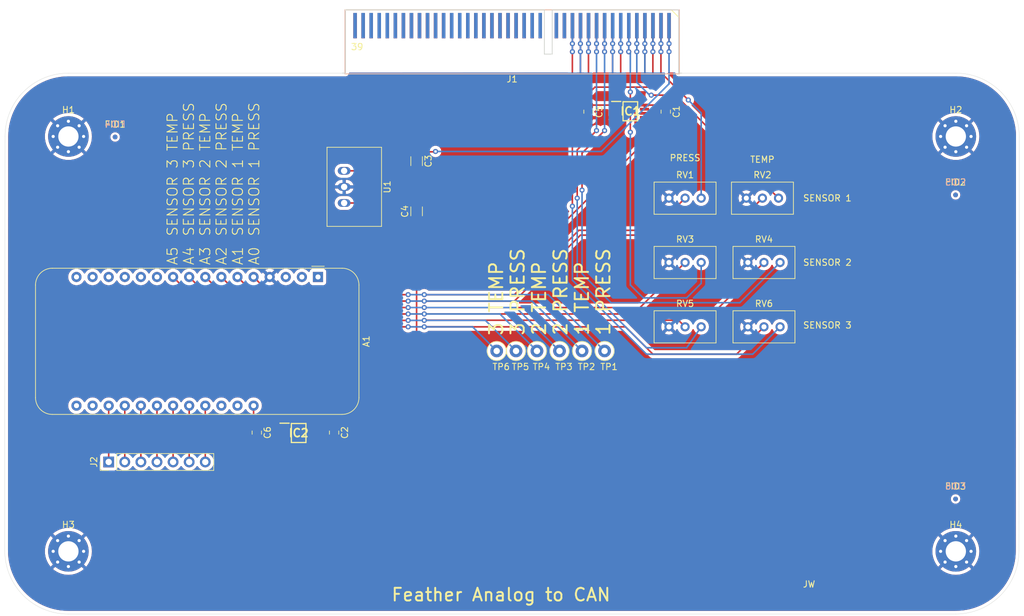
<source format=kicad_pcb>
(kicad_pcb (version 20211014) (generator pcbnew)
  (layers (0 "F.Cu" signal) (31 "B.Cu" signal) (34 "B.Paste" user) (35 "F.Paste" user) (36 "B.SilkS" user "B.Silkscreen") (37 "F.SilkS" user "F.Silkscreen") (38 "B.Mask" user) (39 "F.Mask" user) (44 "Edge.Cuts" user))
  (net 0 "")
  (net 4 "GND")
  (net 5 "Net-(A1-Pad5)")
  (net 6 "Net-(A1-Pad6)")
  (net 7 "Net-(A1-Pad7)")
  (net 8 "Net-(A1-Pad8)")
  (net 9 "Net-(A1-Pad9)")
  (net 10 "Net-(A1-Pad10)")
  (net 19 "Net-(A1-Pad19)")
  (net 20 "Net-(A1-Pad20)")
  (net 21 "Net-(A1-Pad21)")
  (net 22 "Net-(A1-Pad22)")
  (net 23 "Net-(A1-Pad23)")
  (net 24 "Net-(A1-Pad24)")
  (net 25 "Net-(A1-Pad25)")
  (net 28 "+3V3")
  (net 29 "+12V")
  (net 30 "+24V")
  (net 31 "+5V")
  (net 36 "/Connector/Sensor_1_Pressure")
  (net 37 "/Connector/Sensor_1_Temp")
  (net 38 "/Connector/Sensor_2_Pressure")
  (net 39 "/Connector/Sensor_2_Temp")
  (net 40 "/Connector/Sensor_3_Pressure")
  (net 41 "/Connector/Sensor_3_Temp")
  (footprint "Capacitor_SMD:C_0805_2012Metric" (layer "F.Cu") (at 175.006 70.17 -90)
    (fp_text reference "C1")
    (fp_text value "1uF")
  )
  (footprint "Fiducial:Fiducial_0.75mm_Mask1.5mm" (layer "F.Cu") (at 220.726 83.312)
    (fp_text reference "FID2")
    (fp_text value "Fiducial")
  )
  (footprint "MountingHole:MountingHole_3.2mm_M3_Pad_Via" (layer "F.Cu") (at 80.766932 74.085932)
    (fp_text reference "H1")
    (fp_text value "MountingHole_Pad")
  )
  (footprint "Capacitor_SMD:C_0805_2012Metric" (layer "F.Cu") (at 122.682 120.838 -90)
    (fp_text reference "C2")
    (fp_text value "1uF")
  )
  (footprint "UniSA_Motorsport_Resistor:Potentiometer_Bourns_3296W_Vertical" (layer "F.Cu") (at 180.594 104.14)
    (fp_text reference "RV5")
    (fp_text value "3296W")
  )
  (footprint "Fiducial:Fiducial_0.75mm_Mask1.5mm" (layer "F.Cu") (at 88.138 74.168)
    (fp_text reference "FID1")
    (fp_text value "Fiducial")
  )
  (footprint "TestPoint:TestPoint_Loop_D2.50mm_Drill1.0mm" (layer "F.Cu") (at 148.336 107.95)
    (fp_text reference "TP6")
    (fp_text value "TestPoint")
  )
  (footprint "UniSA_Motorsport_Resistor:Potentiometer_Bourns_3296W_Vertical" (layer "F.Cu") (at 193.04 93.98)
    (fp_text reference "RV4")
    (fp_text value "3296W")
  )
  (footprint "UniSA_Motorsport_Connector:Samtec_MECF-40-0_-L-DV_2x40_P1.27mm_Polarized_Edge" (layer "F.Cu") (at 150.766932 59.085932 180)
    (fp_text reference "J1")
    (fp_text value "Conn_01x39")
    (fp_line (start -5.085 5) (end 26.275 5) (layer "Edge.Cuts") (width 0.12))
    (fp_line (start 26.75 -5) (end 26.275 -5) (layer "Edge.Cuts") (width 0.12))
    (fp_line (start 26.275 5) (end 26.275 -5) (layer "Edge.Cuts") (width 0.12))
    (fp_line (start -26.75 -5) (end -26.275 -5) (layer "Edge.Cuts") (width 0.12))
    (fp_line (start -5.085 5) (end -5.085 -2) (layer "Edge.Cuts") (width 0.12))
    (fp_line (start -6.325 5) (end -6.325 -2) (layer "Edge.Cuts") (width 0.12))
    (fp_line (start -6.325 -2) (end -5.085 -2) (layer "Edge.Cuts") (width 0.12))
    (fp_line (start -26.275 5) (end -6.325 5) (layer "Edge.Cuts") (width 0.12))
    (fp_line (start -26.275 5) (end -26.275 -5) (layer "Edge.Cuts") (width 0.12))
  )
  (footprint "Capacitor_SMD:C_1206_3216Metric" (layer "F.Cu") (at 135.696932 85.904932 90)
    (fp_text reference "C4")
    (fp_text value "22uf 25V")
  )
  (footprint "Connector_PinHeader_2.54mm:PinHeader_1x07_P2.54mm_Vertical" (layer "F.Cu") (at 87.122 125.476 90)
    (fp_text reference "J2")
    (fp_text value "Conn_01x07")
  )
  (footprint "UniSA_Motorsport_Resistor:Potentiometer_Bourns_3296W_Vertical" (layer "F.Cu") (at 180.594 83.82)
    (fp_text reference "RV1")
    (fp_text value "3296W")
  )
  (footprint "UniSA_Motorsport_Resistor:Potentiometer_Bourns_3296W_Vertical" (layer "F.Cu") (at 180.594 93.98)
    (fp_text reference "RV3")
    (fp_text value "3296W")
  )
  (footprint "Capacitor_SMD:C_1206_3216Metric" (layer "F.Cu") (at 135.696932 77.981932 -90)
    (fp_text reference "C3")
    (fp_text value "10uf 50V")
  )
  (footprint "MountingHole:MountingHole_3.2mm_M3_Pad_Via" (layer "F.Cu") (at 220.766932 139.585932)
    (fp_text reference "H4")
    (fp_text value "MountingHole_Pad")
  )
  (footprint "MountingHole:MountingHole_3.2mm_M3_Pad_Via" (layer "F.Cu") (at 80.766932 139.585932)
    (fp_text reference "H3")
    (fp_text value "MountingHole_Pad")
  )
  (footprint "MountingHole:MountingHole_3.2mm_M3_Pad_Via" (layer "F.Cu") (at 220.766932 74.085932)
    (fp_text reference "H2")
    (fp_text value "MountingHole_Pad")
  )
  (footprint "footprints:SOP65P490X110-8N" (layer "F.Cu") (at 169.418 70.104)
    (fp_text reference "IC1")
    (fp_text value "ADP3335ARMZ-5-R7" hide)
  )
  (footprint "UniSA_Motorsport_Resistor:Potentiometer_Bourns_3296W_Vertical" (layer "F.Cu") (at 193.04 104.14)
    (fp_text reference "RV6")
    (fp_text value "3296W")
  )
  (footprint "Capacitor_SMD:C_0805_2012Metric" (layer "F.Cu") (at 162.814 70.17 -90)
    (fp_text reference "C5")
    (fp_text value "1uF")
  )
  (footprint "Capacitor_SMD:C_0805_2012Metric" (layer "F.Cu") (at 110.49 120.838 -90)
    (fp_text reference "C6")
    (fp_text value "1uF")
  )
  (footprint "UniSA_Motorsport_Resistor:Potentiometer_Bourns_3296W_Vertical" (layer "F.Cu") (at 192.796 83.82)
    (fp_text reference "RV2")
    (fp_text value "3296W")
  )
  (footprint "Module:Adafruit_Feather" (layer "F.Cu") (at 120.142 96.266 -90)
    (fp_text reference "A1")
    (fp_text value "Adafruit_Feather_Generic")
  )
  (footprint "TestPoint:TestPoint_Loop_D2.50mm_Drill1.0mm" (layer "F.Cu") (at 161.798 107.95)
    (fp_text reference "TP2")
    (fp_text value "TestPoint")
  )
  (footprint "TestPoint:TestPoint_Loop_D2.50mm_Drill1.0mm" (layer "F.Cu") (at 151.384 107.95)
    (fp_text reference "TP5")
    (fp_text value "TestPoint")
  )
  (footprint "TestPoint:TestPoint_Loop_D2.50mm_Drill1.0mm" (layer "F.Cu") (at 154.686 107.95)
    (fp_text reference "TP4")
    (fp_text value "TestPoint")
  )
  (footprint "TestPoint:TestPoint_Loop_D2.50mm_Drill1.0mm" (layer "F.Cu") (at 158.242 107.95)
    (fp_text reference "TP3")
    (fp_text value "TestPoint")
  )
  (footprint "UniSA KiCAD Libraries:VX78012-500" (layer "F.Cu") (at 124.266932 82.045932 90)
    (fp_text reference "U1")
    (fp_text value "VX78012-500")
  )
  (footprint "footprints:SOP65P490X110-8N" (layer "F.Cu") (at 117.094 120.904)
    (fp_text reference "IC2")
    (fp_text value "ADP3335ARMZ-3.3-RL" hide)
  )
  (footprint "Fiducial:Fiducial_0.75mm_Mask1.5mm" (layer "F.Cu") (at 220.726 131.318)
    (fp_text reference "FID3")
    (fp_text value "Fiducial")
  )
  (footprint "TestPoint:TestPoint_Loop_D2.50mm_Drill1.0mm" (layer "F.Cu") (at 165.354 107.95)
    (fp_text reference "TP1")
    (fp_text value "TestPoint")
  )
  (footprint "Fiducial:Fiducial_0.75mm_Mask1.5mm" (layer "B.Cu") (at 220.726 131.318 180)
    (fp_text reference "FID6")
    (fp_text value "Fiducial")
  )
  (footprint "Fiducial:Fiducial_0.75mm_Mask1.5mm" (layer "B.Cu") (at 88.138 74.168 180)
    (fp_text reference "FID4")
    (fp_text value "Fiducial")
  )
  (footprint "Fiducial:Fiducial_0.75mm_Mask1.5mm" (layer "B.Cu") (at 220.726 83.312 180)
    (fp_text reference "FID5")
    (fp_text value "Fiducial")
  )
  (gr_line (start 220.766932 64.085932) (end 177.516932 64.085932) (layer "Edge.Cuts") (width 0.05))
  (gr_arc (start 220.766932 64.085932) (mid 227.838 67.014864) (end 230.766932 74.085932) (layer "Edge.Cuts") (width 0.05))
  (gr_arc (start 70.766932 74.085932) (mid 73.695864 67.014864) (end 80.766932 64.085932) (layer "Edge.Cuts") (width 0.05))
  (gr_arc (start 230.729068 139.485932) (mid 227.800136 146.557) (end 220.729068 149.485932) (layer "Edge.Cuts") (width 0.05))
  (gr_line (start 80.766932 64.085932) (end 124.016932 64.085932) (layer "Edge.Cuts") (width 0.05))
  (gr_line (start 80.729068 149.485932) (end 220.729068 149.485932) (layer "Edge.Cuts") (width 0.05))
  (gr_line (start 230.729068 139.485932) (end 230.766932 74.085932) (layer "Edge.Cuts") (width 0.05))
  (gr_line (start 70.766932 74.085932) (end 70.729068 139.485932) (layer "Edge.Cuts") (width 0.05))
  (gr_arc (start 80.729068 149.485932) (mid 73.658 146.557) (end 70.729068 139.485932) (layer "Edge.Cuts") (width 0.05))
  (gr_text "JW" (at 197.612 144.78) (layer "F.SilkS") (effects (font (size 1 1))))
  (gr_text "PRESS" (at 178.054 77.47) (layer "F.SilkS") (effects (font (size 1 1))))
  (gr_text "TEMP\n" (at 190.246 77.724) (layer "F.SilkS") (effects (font (size 1 1))))
  (gr_text "3 TEMP\n3 PRESS\n2 TEMP\n2 PRESS\n1 TEMP\n1 PRESS" (at 156.718 105.664 90) (layer "F.SilkS") (effects (font (size 2.1 2.1) (thickness 0.3)) (justify left)))
  (gr_text "SENSOR 2\n" (at 196.596 93.98) (layer "F.SilkS") (effects (font (size 1 1)) (justify left)))
  (gr_text "A5\nA4\nA3\nA2\nA1\nA0" (at 103.632 94.488 90) (layer "F.SilkS") (effects (font (size 1.6 1.6)) (justify left)))
  (gr_text "SENSOR 1" (at 196.596 83.82) (layer "F.SilkS") (effects (font (size 1 1)) (justify left)))
  (gr_text "39" (at 126.319 59.936) (layer "F.SilkS") (effects (font (size 1 1))))
  (gr_text "Feather Analog to CAN" (at 149.016932 146.436) (layer "F.SilkS") (effects (font (size 2 2) (thickness 0.3))))
  (gr_text "SENSOR 3" (at 196.596 103.886) (layer "F.SilkS") (effects (font (size 1 1)) (justify left)))
  (gr_text "SENSOR 3 TEMP\nSENSOR 3 PRESS\nSENSOR 2 TEMP\nSENSOR 2 PRESS\nSENSOR 1 TEMP\nSENSOR 1 PRESS" (at 103.632 89.916 90) (layer "F.SilkS") (effects (font (size 1.6 1.6)) (justify left)))
  (segment (start 166.624 59.436) (end 166.624 60.706) (width 0.25) (layer "F.Cu") (net 4))
  (segment (start 171.704 56.593864) (end 171.704 59.436) (width 0.25) (layer "F.Cu") (net 4))
  (segment (start 161.544 59.436) (end 161.544 60.706) (width 0.25) (layer "F.Cu") (net 4))
  (segment (start 171.704 60.706) (end 171.704 65.024) (width 0.25) (layer "F.Cu") (net 4))
  (segment (start 166.624 56.593864) (end 166.624 59.436) (width 0.25) (layer "F.Cu") (net 4))
  (segment (start 166.624 60.706) (end 166.624 65.024) (width 0.25) (layer "F.Cu") (net 4))
  (segment (start 161.544 56.593864) (end 161.544 59.436) (width 0.25) (layer "F.Cu") (net 4))
  (segment (start 161.544 60.706) (end 161.544 65.024) (width 0.25) (layer "F.Cu") (net 4))
  (segment (start 171.704 59.436) (end 171.704 60.706) (width 0.25) (layer "F.Cu") (net 4))
  (via (at 166.624 60.706) (size 0.8) (drill 0.4) (layers "F.Cu" "B.Cu") (net 4))
  (via (at 166.624 59.436) (size 0.8) (drill 0.4) (layers "F.Cu" "B.Cu") (net 4))
  (via (at 171.704 60.706) (size 0.8) (drill 0.4) (layers "F.Cu" "B.Cu") (net 4))
  (via (at 161.544 60.706) (size 0.8) (drill 0.4) (layers "F.Cu" "B.Cu") (net 4))
  (via (at 171.704 59.436) (size 0.8) (drill 0.4) (layers "F.Cu" "B.Cu") (net 4))
  (via (at 161.544 59.436) (size 0.8) (drill 0.4) (layers "F.Cu" "B.Cu") (net 4))
  (segment (start 171.711932 56.593864) (end 171.711932 60.96) (width 0.25) (layer "B.Cu") (net 4))
  (segment (start 171.704 60.706) (end 171.704 65.024) (width 0.25) (layer "B.Cu") (net 4))
  (segment (start 161.551932 56.593864) (end 161.551932 60.96) (width 0.25) (layer "B.Cu") (net 4))
  (segment (start 166.631932 56.593864) (end 166.631932 60.96) (width 0.25) (layer "B.Cu") (net 4))
  (segment (start 166.624 60.706) (end 166.624 65.024) (width 0.25) (layer "B.Cu") (net 4))
  (segment (start 161.544 60.706) (end 161.544 65.024) (width 0.25) (layer "B.Cu") (net 4))
  (segment (start 109.982 96.266) (end 112.776 99.06) (width 0.25) (layer "F.Cu") (net 5))
  (segment (start 112.776 99.06) (end 134.366 99.06) (width 0.25) (layer "F.Cu") (net 5))
  (segment (start 151.13 99.06) (end 161.29 88.9) (width 0.25) (layer "F.Cu") (net 5))
  (segment (start 173.482 88.392) (end 178.054 83.82) (width 0.25) (layer "F.Cu") (net 5))
  (segment (start 173.482 88.9) (end 173.482 88.392) (width 0.25) (layer "F.Cu") (net 5))
  (segment (start 136.906 99.06) (end 151.13 99.06) (width 0.25) (layer "F.Cu") (net 5))
  (segment (start 161.29 88.9) (end 173.482 88.9) (width 0.25) (layer "F.Cu") (net 5))
  (via (at 134.366 99.06) (size 0.8) (drill 0.4) (layers "F.Cu" "B.Cu") (net 5))
  (via (at 136.906 99.06) (size 0.8) (drill 0.4) (layers "F.Cu" "B.Cu") (net 5))
  (segment (start 156.464 99.06) (end 136.906 99.06) (width 0.25) (layer "B.Cu") (net 5))
  (segment (start 136.906 99.06) (end 134.366 99.06) (width 0.25) (layer "B.Cu") (net 5))
  (segment (start 165.354 107.95) (end 156.464 99.06) (width 0.25) (layer "B.Cu") (net 5))
  (segment (start 161.544 89.662) (end 184.414 89.662) (width 0.25) (layer "F.Cu") (net 6))
  (segment (start 151.13 100.076) (end 161.544 89.662) (width 0.25) (layer "F.Cu") (net 6))
  (segment (start 184.414 89.662) (end 190.256 83.82) (width 0.25) (layer "F.Cu") (net 6))
  (segment (start 111.252 100.076) (end 107.442 96.266) (width 0.25) (layer "F.Cu") (net 6))
  (segment (start 136.906 100.076) (end 151.13 100.076) (width 0.25) (layer "F.Cu") (net 6))
  (segment (start 134.366 100.076) (end 111.252 100.076) (width 0.25) (layer "F.Cu") (net 6))
  (via (at 136.906 100.076) (size 0.8) (drill 0.4) (layers "F.Cu" "B.Cu") (net 6))
  (via (at 134.366 100.076) (size 0.8) (drill 0.4) (layers "F.Cu" "B.Cu") (net 6))
  (segment (start 136.906 100.076) (end 134.366 100.076) (width 0.25) (layer "B.Cu") (net 6))
  (segment (start 153.924 100.076) (end 161.798 107.95) (width 0.25) (layer "B.Cu") (net 6))
  (segment (start 136.906 100.076) (end 153.924 100.076) (width 0.25) (layer "B.Cu") (net 6))
  (segment (start 178.054 93.98) (end 170.942 101.092) (width 0.25) (layer "F.Cu") (net 7))
  (segment (start 109.728 101.092) (end 104.902 96.266) (width 0.25) (layer "F.Cu") (net 7))
  (segment (start 134.366 101.092) (end 109.728 101.092) (width 0.25) (layer "F.Cu") (net 7))
  (segment (start 170.942 101.092) (end 136.906 101.092) (width 0.25) (layer "F.Cu") (net 7))
  (via (at 134.366 101.092) (size 0.8) (drill 0.4) (layers "F.Cu" "B.Cu") (net 7))
  (via (at 136.906 101.092) (size 0.8) (drill 0.4) (layers "F.Cu" "B.Cu") (net 7))
  (segment (start 136.906 101.092) (end 134.366 101.092) (width 0.25) (layer "B.Cu") (net 7))
  (segment (start 151.384 101.092) (end 158.242 107.95) (width 0.25) (layer "B.Cu") (net 7))
  (segment (start 136.906 101.092) (end 151.384 101.092) (width 0.25) (layer "B.Cu") (net 7))
  (segment (start 108.458 102.108) (end 114.554 102.108) (width 0.25) (layer "F.Cu") (net 8))
  (segment (start 136.906 102.108) (end 182.372 102.108) (width 0.25) (layer "F.Cu") (net 8))
  (segment (start 102.362 96.266) (end 108.458 102.108) (width 0.25) (layer "F.Cu") (net 8))
  (segment (start 182.372 102.108) (end 190.5 93.98) (width 0.25) (layer "F.Cu") (net 8))
  (segment (start 114.554 102.108) (end 134.366 102.108) (width 0.25) (layer "F.Cu") (net 8))
  (via (at 134.366 102.108) (size 0.8) (drill 0.4) (layers "F.Cu" "B.Cu") (net 8))
  (via (at 136.906 102.108) (size 0.8) (drill 0.4) (layers "F.Cu" "B.Cu") (net 8))
  (segment (start 148.844 102.108) (end 154.686 107.95) (width 0.25) (layer "B.Cu") (net 8))
  (segment (start 136.906 102.108) (end 148.844 102.108) (width 0.25) (layer "B.Cu") (net 8))
  (segment (start 134.366 102.108) (end 136.906 102.108) (width 0.25) (layer "B.Cu") (net 8))
  (segment (start 136.906 103.124) (end 136.934511 103.095489) (width 0.25) (layer "F.Cu") (net 9))
  (segment (start 136.934511 103.095489) (end 177.009489 103.095489) (width 0.25) (layer "F.Cu") (net 9))
  (segment (start 177.009489 103.095489) (end 178.054 104.14) (width 0.25) (layer "F.Cu") (net 9))
  (segment (start 99.822 96.266) (end 106.68 103.124) (width 0.25) (layer "F.Cu") (net 9))
  (segment (start 114.554 103.124) (end 134.366 103.124) (width 0.25) (layer "F.Cu") (net 9))
  (segment (start 106.68 103.124) (end 114.554 103.124) (width 0.25) (layer "F.Cu") (net 9))
  (via (at 136.906 103.124) (size 0.8) (drill 0.4) (layers "F.Cu" "B.Cu") (net 9))
  (via (at 134.366 103.124) (size 0.8) (drill 0.4) (layers "F.Cu" "B.Cu") (net 9))
  (segment (start 134.366 103.124) (end 136.906 103.124) (width 0.25) (layer "B.Cu") (net 9))
  (segment (start 136.906 103.124) (end 146.558 103.124) (width 0.25) (layer "B.Cu") (net 9))
  (segment (start 146.558 103.124) (end 151.384 107.95) (width 0.25) (layer "B.Cu") (net 9))
  (segment (start 97.282 96.266) (end 105.156 104.14) (width 0.25) (layer "F.Cu") (net 10))
  (segment (start 114.554 104.14) (end 134.366 104.14) (width 0.25) (layer "F.Cu") (net 10))
  (segment (start 105.156 104.14) (end 114.554 104.14) (width 0.25) (layer "F.Cu") (net 10))
  (segment (start 168.656 104.14) (end 172.974 108.458) (width 0.25) (layer "F.Cu") (net 10))
  (segment (start 136.906 104.14) (end 168.656 104.14) (width 0.25) (layer "F.Cu") (net 10))
  (segment (start 186.182 108.458) (end 190.5 104.14) (width 0.25) (layer "F.Cu") (net 10))
  (segment (start 172.974 108.458) (end 186.182 108.458) (width 0.25) (layer "F.Cu") (net 10))
  (via (at 136.906 104.14) (size 0.8) (drill 0.4) (layers "F.Cu" "B.Cu") (net 10))
  (via (at 134.366 104.14) (size 0.8) (drill 0.4) (layers "F.Cu" "B.Cu") (net 10))
  (segment (start 136.906 104.14) (end 144.526 104.14) (width 0.25) (layer "B.Cu") (net 10))
  (segment (start 144.526 104.14) (end 148.336 107.95) (width 0.25) (layer "B.Cu") (net 10))
  (segment (start 134.366 104.14) (end 136.906 104.14) (width 0.25) (layer "B.Cu") (net 10))
  (segment (start 87.122 116.586) (end 87.122 125.476) (width 0.25) (layer "F.Cu") (net 19))
  (segment (start 89.662 125.476) (end 89.662 116.586) (width 0.25) (layer "F.Cu") (net 20))
  (segment (start 92.202 116.586) (end 92.202 125.476) (width 0.25) (layer "F.Cu") (net 21))
  (segment (start 94.742 125.476) (end 94.742 116.586) (width 0.25) (layer "F.Cu") (net 22))
  (segment (start 97.282 116.586) (end 97.282 125.476) (width 0.25) (layer "F.Cu") (net 23))
  (segment (start 99.822 125.476) (end 99.822 116.586) (width 0.25) (layer "F.Cu") (net 24))
  (segment (start 102.362 116.586) (end 102.362 125.476) (width 0.25) (layer "F.Cu") (net 25))
  (segment (start 110.531 119.929) (end 114.869 119.929) (width 0.25) (layer "F.Cu") (net 28))
  (segment (start 109.982 119.38) (end 109.982 116.586) (width 0.25) (layer "F.Cu") (net 28))
  (segment (start 114.869 121.229) (end 114.869 119.929) (width 0.25) (layer "F.Cu") (net 28))
  (segment (start 110.49 119.888) (end 110.531 119.929) (width 0.25) (layer "F.Cu") (net 28))
  (segment (start 110.49 119.888) (end 109.982 119.38) (width 0.25) (layer "F.Cu") (net 28))
  (segment (start 122.641 119.929) (end 122.682 119.888) (width 0.25) (layer "F.Cu") (net 29))
  (segment (start 121.117 119.929) (end 122.641 119.929) (width 0.25) (layer "F.Cu") (net 29))
  (segment (start 119.319 119.929) (end 121.117 119.929) (width 0.25) (layer "F.Cu") (net 29))
  (segment (start 171.643 69.129) (end 173.269 69.129) (width 0.25) (layer "F.Cu") (net 29))
  (segment (start 173.523 69.129) (end 174.915 69.129) (width 0.25) (layer "F.Cu") (net 29))
  (segment (start 174.915 69.129) (end 175.006 69.22) (width 0.25) (layer "F.Cu") (net 29))
  (segment (start 173.269 69.129) (end 173.269 73.365) (width 0.25) (layer "F.Cu") (net 29))
  (segment (start 173.441 69.211) (end 173.523 69.129) (width 0.25) (layer "F.Cu") (net 29))
  (segment (start 173.269 73.365) (end 159.254068 87.379932) (width 0.25) (layer "F.Cu") (net 29))
  (segment (start 159.254068 87.379932) (end 135.696932 87.379932) (width 0.25) (layer "F.Cu") (net 29))
  (segment (start 132.902932 84.585932) (end 135.696932 87.379932) (width 0.25) (layer "F.Cu") (net 29))
  (segment (start 135.696932 87.379932) (end 135.696932 106.873068) (width 0.25) (layer "F.Cu") (net 29))
  (segment (start 119.319 119.929) (end 119.319 120.579) (width 0.25) (layer "F.Cu") (net 29))
  (segment (start 135.696932 106.873068) (end 122.682 119.888) (width 0.25) (layer "F.Cu") (net 29))
  (segment (start 124.266932 84.585932) (end 132.902932 84.585932) (width 0.25) (layer "F.Cu") (net 29))
  (segment (start 173.269 69.129) (end 173.523 69.129) (width 0.25) (layer "F.Cu") (net 29))
  (segment (start 171.643 69.129) (end 171.643 69.779) (width 0.25) (layer "F.Cu") (net 29))
  (segment (start 135.696932 76.506932) (end 132.697932 79.505932) (width 0.25) (layer "F.Cu") (net 30))
  (segment (start 175.521932 60.698068) (end 175.521932 60.952068) (width 0.25) (layer "F.Cu") (net 30))
  (segment (start 132.697932 79.505932) (end 124.266932 79.505932) (width 0.25) (layer "F.Cu") (net 30))
  (segment (start 175.521932 56.585932) (end 175.521932 59.428068) (width 0.25) (layer "F.Cu") (net 30))
  (segment (start 175.521932 59.428068) (end 175.521932 60.698068) (width 0.25) (layer "F.Cu") (net 30))
  (segment (start 135.696932 76.506932) (end 138.631068 76.506932) (width 0.25) (layer "F.Cu") (net 30))
  (segment (start 138.631068 76.506932) (end 138.684 76.454) (width 0.25) (layer "F.Cu") (net 30))
  (via (at 175.521932 60.698068) (size 0.8) (drill 0.4) (layers "F.Cu" "B.Cu") (net 30))
  (via (at 175.521932 59.428068) (size 0.8) (drill 0.4) (layers "F.Cu" "B.Cu") (net 30))
  (via (at 138.684 76.454) (size 0.8) (drill 0.4) (layers "F.Cu" "B.Cu") (net 30))
  (segment (start 138.684 76.454) (end 164.846 76.454) (width 0.25) (layer "B.Cu") (net 30))
  (segment (start 175.521932 56.593864) (end 175.521932 60.96) (width 0.25) (layer "B.Cu") (net 30))
  (segment (start 164.846 76.454) (end 175.521932 65.778068) (width 0.25) (layer "B.Cu") (net 30))
  (segment (start 175.521932 65.778068) (end 175.521932 60.698068) (width 0.25) (layer "B.Cu") (net 30))
  (segment (start 167.894 65.532) (end 167.132 66.294) (width 0.25) (layer "F.Cu") (net 31))
  (segment (start 172.974 65.532) (end 172.974 60.706) (width 0.25) (layer "F.Cu") (net 31))
  (segment (start 162.814 67.31) (end 162.814 60.706) (width 0.25) (layer "F.Cu") (net 31))
  (segment (start 172.974 56.593864) (end 172.974 59.436) (width 0.25) (layer "F.Cu") (net 31))
  (segment (start 162.814 69.22) (end 162.814 67.31) (width 0.25) (layer "F.Cu") (net 31))
  (segment (start 162.905 69.129) (end 162.814 69.22) (width 0.25) (layer "F.Cu") (net 31))
  (segment (start 167.193 70.429) (end 167.193 69.129) (width 0.25) (layer "F.Cu") (net 31))
  (segment (start 172.212 66.294) (end 172.974 65.532) (width 0.25) (layer "F.Cu") (net 31))
  (segment (start 162.814 67.31) (end 163.83 66.294) (width 0.25) (layer "F.Cu") (net 31))
  (segment (start 167.132 66.294) (end 172.212 66.294) (width 0.25) (layer "F.Cu") (net 31))
  (segment (start 167.894 59.436) (end 167.894 60.706) (width 0.25) (layer "F.Cu") (net 31))
  (segment (start 162.814 56.593864) (end 162.814 60.706) (width 0.25) (layer "F.Cu") (net 31))
  (segment (start 167.193 69.129) (end 162.905 69.129) (width 0.25) (layer "F.Cu") (net 31))
  (segment (start 167.894 56.593864) (end 167.894 59.436) (width 0.25) (layer "F.Cu") (net 31))
  (segment (start 163.83 66.294) (end 167.132 66.294) (width 0.25) (layer "F.Cu") (net 31))
  (segment (start 167.894 60.706) (end 167.894 65.532) (width 0.25) (layer "F.Cu") (net 31))
  (segment (start 172.974 59.436) (end 172.974 60.706) (width 0.25) (layer "F.Cu") (net 31))
  (via (at 167.894 60.706) (size 0.8) (drill 0.4) (layers "F.Cu" "B.Cu") (net 31))
  (via (at 172.974 59.436) (size 0.8) (drill 0.4) (layers "F.Cu" "B.Cu") (net 31))
  (via (at 162.814 60.706) (size 0.8) (drill 0.4) (layers "F.Cu" "B.Cu") (net 31))
  (via (at 162.821932 59.428068) (size 0.8) (drill 0.4) (layers "F.Cu" "B.Cu") (net 31))
  (via (at 172.974 60.706) (size 0.8) (drill 0.4) (layers "F.Cu" "B.Cu") (net 31))
  (via (at 167.894 59.436) (size 0.8) (drill 0.4) (layers "F.Cu" "B.Cu") (net 31))
  (segment (start 162.821932 59.428068) (end 162.821932 60.96) (width 0.25) (layer "B.Cu") (net 31))
  (segment (start 172.981932 56.593864) (end 172.981932 60.96) (width 0.25) (layer "B.Cu") (net 31))
  (segment (start 162.821932 56.593864) (end 162.821932 59.428068) (width 0.25) (layer "B.Cu") (net 31))
  (segment (start 167.901932 56.593864) (end 167.901932 60.96) (width 0.25) (layer "B.Cu") (net 31))
  (segment (start 174.244 60.706) (end 174.244 64.008) (width 0.25) (layer "F.Cu") (net 36))
  (segment (start 174.244 56.593864) (end 174.244 59.436) (width 0.25) (layer "F.Cu") (net 36))
  (segment (start 174.244 59.436) (end 174.244 60.706) (width 0.25) (layer "F.Cu") (net 36))
  (segment (start 174.244 64.008) (end 178.562 68.326) (width 0.25) (layer "F.Cu") (net 36))
  (via (at 174.244 59.436) (size 0.8) (drill 0.4) (layers "F.Cu" "B.Cu") (net 36))
  (via (at 178.562 68.326) (size 0.8) (drill 0.4) (layers "F.Cu" "B.Cu") (net 36))
  (via (at 174.244 60.706) (size 0.8) (drill 0.4) (layers "F.Cu" "B.Cu") (net 36))
  (segment (start 178.562 68.326) (end 180.594 70.358) (width 0.25) (layer "B.Cu") (net 36))
  (segment (start 180.594 70.358) (end 180.594 83.82) (width 0.25) (layer "B.Cu") (net 36))
  (segment (start 174.251932 56.593864) (end 174.251932 60.96) (width 0.25) (layer "B.Cu") (net 36))
  (segment (start 176.535701 67.559701) (end 192.796 83.82) (width 0.25) (layer "F.Cu") (net 37))
  (segment (start 170.434 56.593864) (end 170.434 59.436) (width 0.25) (layer "F.Cu") (net 37))
  (segment (start 172.715701 67.559701) (end 176.535701 67.559701) (width 0.25) (layer "F.Cu") (net 37))
  (segment (start 170.434 59.436) (end 170.434 60.706) (width 0.25) (layer "F.Cu") (net 37))
  (segment (start 170.434 60.706) (end 170.434 60.96) (width 0.25) (layer "F.Cu") (net 37))
  (via (at 172.715701 67.559701) (size 0.8) (drill 0.4) (layers "F.Cu" "B.Cu") (net 37))
  (via (at 170.434 59.436) (size 0.8) (drill 0.4) (layers "F.Cu" "B.Cu") (net 37))
  (via (at 170.434 60.706) (size 0.8) (drill 0.4) (layers "F.Cu" "B.Cu") (net 37))
  (segment (start 172.461701 67.559701) (end 172.715701 67.559701) (width 0.25) (layer "B.Cu") (net 37))
  (segment (start 172.212 67.31) (end 172.461701 67.559701) (width 0.25) (layer "B.Cu") (net 37))
  (segment (start 170.434 65.532) (end 172.212 67.31) (width 0.25) (layer "B.Cu") (net 37))
  (segment (start 170.441932 56.593864) (end 170.441932 60.96) (width 0.25) (layer "B.Cu") (net 37))
  (segment (start 170.434 60.706) (end 170.434 65.532) (width 0.25) (layer "B.Cu") (net 37))
  (segment (start 169.164 59.436) (end 169.164 60.706) (width 0.25) (layer "F.Cu") (net 38))
  (segment (start 169.164 56.593864) (end 169.164 59.436) (width 0.25) (layer "F.Cu") (net 38))
  (segment (start 169.164 60.706) (end 169.164 60.96) (width 0.25) (layer "F.Cu") (net 38))
  (segment (start 169.418 73.406) (end 169.418 67.056) (width 0.25) (layer "F.Cu") (net 38))
  (via (at 169.164 60.706) (size 0.8) (drill 0.4) (layers "F.Cu" "B.Cu") (net 38))
  (via (at 169.418 73.406) (size 0.8) (drill 0.4) (layers "F.Cu" "B.Cu") (net 38))
  (via (at 169.164 59.436) (size 0.8) (drill 0.4) (layers "F.Cu" "B.Cu") (net 38))
  (via (at 169.418 67.056) (size 0.8) (drill 0.4) (layers "F.Cu" "B.Cu") (net 38))
  (segment (start 169.418 67.056) (end 169.418 60.96) (width 0.25) (layer "B.Cu") (net 38))
  (segment (start 169.418 60.96) (end 169.164 60.706) (width 0.25) (layer "B.Cu") (net 38))
  (segment (start 178.308 99.568) (end 171.45 99.568) (width 0.25) (layer "B.Cu") (net 38))
  (segment (start 180.594 97.282) (end 178.308 99.568) (width 0.25) (layer "B.Cu") (net 38))
  (segment (start 170.434 98.552) (end 169.418 97.536) (width 0.25) (layer "B.Cu") (net 38))
  (segment (start 169.171932 56.593864) (end 169.171932 60.96) (width 0.25) (layer "B.Cu") (net 38))
  (segment (start 171.45 99.568) (end 170.434 98.552) (width 0.25) (layer "B.Cu") (net 38))
  (segment (start 169.418 97.536) (end 169.418 73.406) (width 0.25) (layer "B.Cu") (net 38))
  (segment (start 180.594 93.98) (end 180.594 97.282) (width 0.25) (layer "B.Cu") (net 38))
  (segment (start 165.354 73.152) (end 162.052 76.454) (width 0.25) (layer "F.Cu") (net 39))
  (segment (start 161.798 76.708) (end 161.798 82.55) (width 0.25) (layer "F.Cu") (net 39))
  (segment (start 165.354 60.706) (end 165.354 60.96) (width 0.25) (layer "F.Cu") (net 39))
  (segment (start 165.354 59.436) (end 165.354 60.706) (width 0.25) (layer "F.Cu") (net 39))
  (segment (start 162.052 76.454) (end 161.798 76.708) (width 0.25) (layer "F.Cu") (net 39))
  (segment (start 165.354 56.593864) (end 165.354 59.436) (width 0.25) (layer "F.Cu") (net 39))
  (via (at 165.354 73.152) (size 0.8) (drill 0.4) (layers "F.Cu" "B.Cu") (net 39))
  (via (at 161.798 82.55) (size 0.8) (drill 0.4) (layers "F.Cu" "B.Cu") (net 39))
  (via (at 165.354 59.436) (size 0.8) (drill 0.4) (layers "F.Cu" "B.Cu") (net 39))
  (via (at 165.354 60.706) (size 0.8) (drill 0.4) (layers "F.Cu" "B.Cu") (net 39))
  (segment (start 165.361932 56.593864) (end 165.361932 60.96) (width 0.25) (layer "B.Cu") (net 39))
  (segment (start 165.354 60.706) (end 165.354 73.152) (width 0.25) (layer "B.Cu") (net 39))
  (segment (start 161.798 95.758) (end 166.37 100.33) (width 0.25) (layer "B.Cu") (net 39))
  (segment (start 166.37 100.33) (end 186.69 100.33) (width 0.25) (layer "B.Cu") (net 39))
  (segment (start 186.69 100.33) (end 193.04 93.98) (width 0.25) (layer "B.Cu") (net 39))
  (segment (start 161.798 82.55) (end 161.798 95.758) (width 0.25) (layer "B.Cu") (net 39))
  (segment (start 164.084 59.436) (end 164.084 60.706) (width 0.25) (layer "F.Cu") (net 40))
  (segment (start 161.036 76.2) (end 164.084 73.152) (width 0.25) (layer "F.Cu") (net 40))
  (segment (start 164.084 60.706) (end 164.084 60.96) (width 0.25) (layer "F.Cu") (net 40))
  (segment (start 164.084 56.593864) (end 164.084 59.436) (width 0.25) (layer "F.Cu") (net 40))
  (segment (start 161.036 83.82) (end 161.036 76.2) (width 0.25) (layer "F.Cu") (net 40))
  (via (at 161.036 83.82) (size 0.8) (drill 0.4) (layers "F.Cu" "B.Cu") (net 40))
  (via (at 164.084 73.152) (size 0.8) (drill 0.4) (layers "F.Cu" "B.Cu") (net 40))
  (via (at 164.084 59.436) (size 0.8) (drill 0.4) (layers "F.Cu" "B.Cu") (net 40))
  (via (at 164.084 60.706) (size 0.8) (drill 0.4) (layers "F.Cu" "B.Cu") (net 40))
  (segment (start 178.308 107.442) (end 171.958 107.442) (width 0.25) (layer "B.Cu") (net 40))
  (segment (start 171.958 107.442) (end 161.036 96.52) (width 0.25) (layer "B.Cu") (net 40))
  (segment (start 164.084 73.152) (end 164.084 60.706) (width 0.25) (layer "B.Cu") (net 40))
  (segment (start 180.594 104.14) (end 178.308 107.442) (width 0.25) (layer "B.Cu") (net 40))
  (segment (start 164.091932 56.593864) (end 164.091932 60.96) (width 0.25) (layer "B.Cu") (net 40))
  (segment (start 161.036 96.52) (end 161.036 83.82) (width 0.25) (layer "B.Cu") (net 40))
  (segment (start 160.274 59.436) (end 160.274 60.706) (width 0.25) (layer "F.Cu") (net 41))
  (segment (start 160.274 84.836) (end 160.274 85.09) (width 0.25) (layer "F.Cu") (net 41))
  (segment (start 160.274 60.706) (end 160.274 60.96) (width 0.25) (layer "F.Cu") (net 41))
  (segment (start 160.274 60.706) (end 160.274 84.836) (width 0.25) (layer "F.Cu") (net 41))
  (segment (start 160.274 56.593864) (end 160.274 59.436) (width 0.25) (layer "F.Cu") (net 41))
  (via (at 160.274 60.706) (size 0.8) (drill 0.4) (layers "F.Cu" "B.Cu") (net 41))
  (via (at 160.274 59.436) (size 0.8) (drill 0.4) (layers "F.Cu" "B.Cu") (net 41))
  (via (at 160.274 85.09) (size 0.8) (drill 0.4) (layers "F.Cu" "B.Cu") (net 41))
  (segment (start 160.274 96.774) (end 171.958 108.458) (width 0.25) (layer "B.Cu") (net 41))
  (segment (start 160.274 85.09) (end 160.274 96.774) (width 0.25) (layer "B.Cu") (net 41))
  (segment (start 171.958 108.458) (end 188.722 108.458) (width 0.25) (layer "B.Cu") (net 41))
  (segment (start 160.274 56.585932) (end 160.274 60.952068) (width 0.25) (layer "B.Cu") (net 41))
  (segment (start 188.722 108.458) (end 193.04 104.14) (width 0.25) (layer "B.Cu") (net 41))
  (zone (net 4) (net_name "GND") (layers F&B.Cu) (connect_pads (clearance 0.508)) (min_thickness 0.254) (fill yes (thermal_gap 0.508) (thermal_bridge_width 0.508))
    (polygon (pts (xy 230.759 63.956) (xy 231.521 149.769) (xy 69.977 149.769) (xy 70.104 64.044)))
  )
)
</source>
